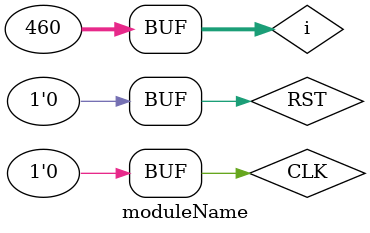
<source format=v>
module moduleName ();

reg CLK;
wire [31:0] OUT;
reg RST;
integer i;
SingleCpu SingleCpu1 (.CLK(CLK), .RST(RST), .OUT(OUT));

initial begin
    RST = 1;
    CLK = 0;
    #0.5;
    CLK = 1;
    #0.5;
    RST = 0;
    CLK = 0;
    #0.5;
    for(i=0; i<460; i=i+1) begin
        CLK = 1;
        #0.5;
        CLK = 0;
        #0.5;
    end


end
// iverilog -o test Vr_inst_mem.v SingleCpu.v SingleCpu_tb.v Vr_register_file.v SignedExtension.v Vr_data_mem.v Control.v ALUcontrol.v mux.v ALU.v Shift.v ALU_ADD.v PC.v ADD_4.v ANDGATE.v 

// always begin
//     #6 CLK=0;
//     #4 CLK=1;
// end

    
endmodule
</source>
